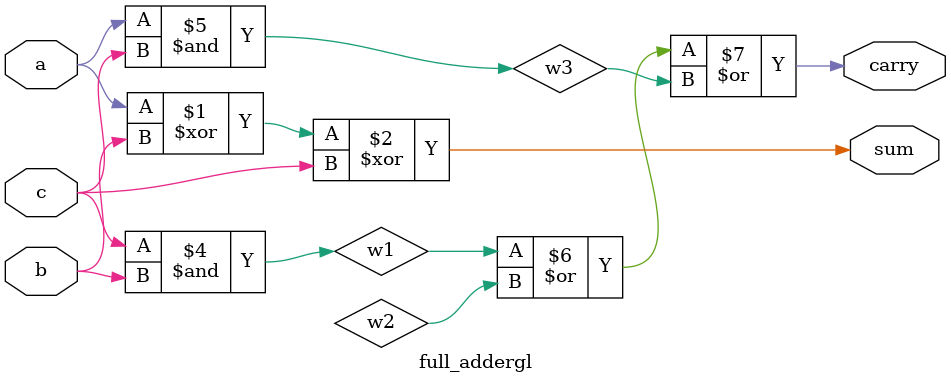
<source format=v>
module full_addergl(
input a,b,c,
output  sum,carry);

wire w0,w1,w2;

xor e1(sum,a,b,c);
and  a1(w0,a,b);
and  a2(w1,c,b);
and  a3(w3,a,c);
or o1(carry,w1,w2,w3);
endmodule

</source>
